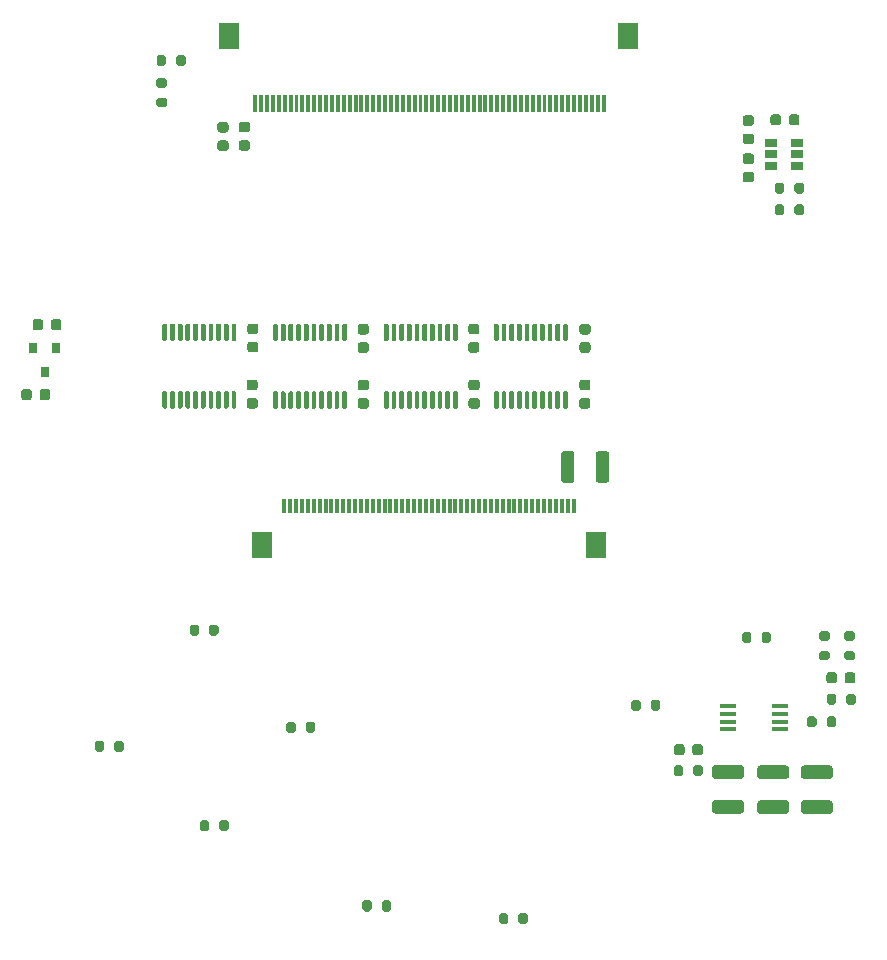
<source format=gbp>
G04 #@! TF.GenerationSoftware,KiCad,Pcbnew,(5.1.10-1-10_14)*
G04 #@! TF.CreationDate,2021-11-03T14:22:48+01:00*
G04 #@! TF.ProjectId,hi-board,68692d62-6f61-4726-942e-6b696361645f,rev?*
G04 #@! TF.SameCoordinates,Original*
G04 #@! TF.FileFunction,Paste,Bot*
G04 #@! TF.FilePolarity,Positive*
%FSLAX46Y46*%
G04 Gerber Fmt 4.6, Leading zero omitted, Abs format (unit mm)*
G04 Created by KiCad (PCBNEW (5.1.10-1-10_14)) date 2021-11-03 14:22:48*
%MOMM*%
%LPD*%
G01*
G04 APERTURE LIST*
%ADD10C,0.010000*%
%ADD11R,0.300000X1.300000*%
%ADD12R,1.800000X2.200000*%
%ADD13R,1.450000X0.450000*%
%ADD14R,1.060000X0.650000*%
%ADD15R,0.800000X0.900000*%
G04 APERTURE END LIST*
D10*
G36*
X55125000Y81350000D02*
G01*
X55375000Y81350000D01*
X55375000Y82650000D01*
X55125000Y82650000D01*
X55125000Y81350000D01*
G37*
X55125000Y81350000D02*
X55375000Y81350000D01*
X55375000Y82650000D01*
X55125000Y82650000D01*
X55125000Y81350000D01*
G36*
X54625000Y81350000D02*
G01*
X54875000Y81350000D01*
X54875000Y82650000D01*
X54625000Y82650000D01*
X54625000Y81350000D01*
G37*
X54625000Y81350000D02*
X54875000Y81350000D01*
X54875000Y82650000D01*
X54625000Y82650000D01*
X54625000Y81350000D01*
G36*
X54125000Y81350000D02*
G01*
X54375000Y81350000D01*
X54375000Y82650000D01*
X54125000Y82650000D01*
X54125000Y81350000D01*
G37*
X54125000Y81350000D02*
X54375000Y81350000D01*
X54375000Y82650000D01*
X54125000Y82650000D01*
X54125000Y81350000D01*
G36*
X53625000Y81350000D02*
G01*
X53875000Y81350000D01*
X53875000Y82650000D01*
X53625000Y82650000D01*
X53625000Y81350000D01*
G37*
X53625000Y81350000D02*
X53875000Y81350000D01*
X53875000Y82650000D01*
X53625000Y82650000D01*
X53625000Y81350000D01*
G36*
X53125000Y81350000D02*
G01*
X53375000Y81350000D01*
X53375000Y82650000D01*
X53125000Y82650000D01*
X53125000Y81350000D01*
G37*
X53125000Y81350000D02*
X53375000Y81350000D01*
X53375000Y82650000D01*
X53125000Y82650000D01*
X53125000Y81350000D01*
G36*
X52625000Y81350000D02*
G01*
X52875000Y81350000D01*
X52875000Y82650000D01*
X52625000Y82650000D01*
X52625000Y81350000D01*
G37*
X52625000Y81350000D02*
X52875000Y81350000D01*
X52875000Y82650000D01*
X52625000Y82650000D01*
X52625000Y81350000D01*
G36*
X52125000Y81350000D02*
G01*
X52375000Y81350000D01*
X52375000Y82650000D01*
X52125000Y82650000D01*
X52125000Y81350000D01*
G37*
X52125000Y81350000D02*
X52375000Y81350000D01*
X52375000Y82650000D01*
X52125000Y82650000D01*
X52125000Y81350000D01*
G36*
X51625000Y81350000D02*
G01*
X51875000Y81350000D01*
X51875000Y82650000D01*
X51625000Y82650000D01*
X51625000Y81350000D01*
G37*
X51625000Y81350000D02*
X51875000Y81350000D01*
X51875000Y82650000D01*
X51625000Y82650000D01*
X51625000Y81350000D01*
G36*
X51125000Y81350000D02*
G01*
X51375000Y81350000D01*
X51375000Y82650000D01*
X51125000Y82650000D01*
X51125000Y81350000D01*
G37*
X51125000Y81350000D02*
X51375000Y81350000D01*
X51375000Y82650000D01*
X51125000Y82650000D01*
X51125000Y81350000D01*
G36*
X50625000Y81350000D02*
G01*
X50875000Y81350000D01*
X50875000Y82650000D01*
X50625000Y82650000D01*
X50625000Y81350000D01*
G37*
X50625000Y81350000D02*
X50875000Y81350000D01*
X50875000Y82650000D01*
X50625000Y82650000D01*
X50625000Y81350000D01*
G36*
X50125000Y81350000D02*
G01*
X50375000Y81350000D01*
X50375000Y82650000D01*
X50125000Y82650000D01*
X50125000Y81350000D01*
G37*
X50125000Y81350000D02*
X50375000Y81350000D01*
X50375000Y82650000D01*
X50125000Y82650000D01*
X50125000Y81350000D01*
G36*
X49625000Y81350000D02*
G01*
X49875000Y81350000D01*
X49875000Y82650000D01*
X49625000Y82650000D01*
X49625000Y81350000D01*
G37*
X49625000Y81350000D02*
X49875000Y81350000D01*
X49875000Y82650000D01*
X49625000Y82650000D01*
X49625000Y81350000D01*
G36*
X49125000Y81350000D02*
G01*
X49375000Y81350000D01*
X49375000Y82650000D01*
X49125000Y82650000D01*
X49125000Y81350000D01*
G37*
X49125000Y81350000D02*
X49375000Y81350000D01*
X49375000Y82650000D01*
X49125000Y82650000D01*
X49125000Y81350000D01*
G36*
X48625000Y81350000D02*
G01*
X48875000Y81350000D01*
X48875000Y82650000D01*
X48625000Y82650000D01*
X48625000Y81350000D01*
G37*
X48625000Y81350000D02*
X48875000Y81350000D01*
X48875000Y82650000D01*
X48625000Y82650000D01*
X48625000Y81350000D01*
G36*
X48125000Y81350000D02*
G01*
X48375000Y81350000D01*
X48375000Y82650000D01*
X48125000Y82650000D01*
X48125000Y81350000D01*
G37*
X48125000Y81350000D02*
X48375000Y81350000D01*
X48375000Y82650000D01*
X48125000Y82650000D01*
X48125000Y81350000D01*
G36*
X47625000Y81350000D02*
G01*
X47875000Y81350000D01*
X47875000Y82650000D01*
X47625000Y82650000D01*
X47625000Y81350000D01*
G37*
X47625000Y81350000D02*
X47875000Y81350000D01*
X47875000Y82650000D01*
X47625000Y82650000D01*
X47625000Y81350000D01*
G36*
X47125000Y81350000D02*
G01*
X47375000Y81350000D01*
X47375000Y82650000D01*
X47125000Y82650000D01*
X47125000Y81350000D01*
G37*
X47125000Y81350000D02*
X47375000Y81350000D01*
X47375000Y82650000D01*
X47125000Y82650000D01*
X47125000Y81350000D01*
G36*
X46625000Y81350000D02*
G01*
X46875000Y81350000D01*
X46875000Y82650000D01*
X46625000Y82650000D01*
X46625000Y81350000D01*
G37*
X46625000Y81350000D02*
X46875000Y81350000D01*
X46875000Y82650000D01*
X46625000Y82650000D01*
X46625000Y81350000D01*
G36*
X46125000Y81350000D02*
G01*
X46375000Y81350000D01*
X46375000Y82650000D01*
X46125000Y82650000D01*
X46125000Y81350000D01*
G37*
X46125000Y81350000D02*
X46375000Y81350000D01*
X46375000Y82650000D01*
X46125000Y82650000D01*
X46125000Y81350000D01*
G36*
X45625000Y81350000D02*
G01*
X45875000Y81350000D01*
X45875000Y82650000D01*
X45625000Y82650000D01*
X45625000Y81350000D01*
G37*
X45625000Y81350000D02*
X45875000Y81350000D01*
X45875000Y82650000D01*
X45625000Y82650000D01*
X45625000Y81350000D01*
G36*
X45125000Y81350000D02*
G01*
X45375000Y81350000D01*
X45375000Y82650000D01*
X45125000Y82650000D01*
X45125000Y81350000D01*
G37*
X45125000Y81350000D02*
X45375000Y81350000D01*
X45375000Y82650000D01*
X45125000Y82650000D01*
X45125000Y81350000D01*
G36*
X44625000Y81350000D02*
G01*
X44875000Y81350000D01*
X44875000Y82650000D01*
X44625000Y82650000D01*
X44625000Y81350000D01*
G37*
X44625000Y81350000D02*
X44875000Y81350000D01*
X44875000Y82650000D01*
X44625000Y82650000D01*
X44625000Y81350000D01*
G36*
X44125000Y81350000D02*
G01*
X44375000Y81350000D01*
X44375000Y82650000D01*
X44125000Y82650000D01*
X44125000Y81350000D01*
G37*
X44125000Y81350000D02*
X44375000Y81350000D01*
X44375000Y82650000D01*
X44125000Y82650000D01*
X44125000Y81350000D01*
G36*
X43625000Y81350000D02*
G01*
X43875000Y81350000D01*
X43875000Y82650000D01*
X43625000Y82650000D01*
X43625000Y81350000D01*
G37*
X43625000Y81350000D02*
X43875000Y81350000D01*
X43875000Y82650000D01*
X43625000Y82650000D01*
X43625000Y81350000D01*
G36*
X43125000Y81350000D02*
G01*
X43375000Y81350000D01*
X43375000Y82650000D01*
X43125000Y82650000D01*
X43125000Y81350000D01*
G37*
X43125000Y81350000D02*
X43375000Y81350000D01*
X43375000Y82650000D01*
X43125000Y82650000D01*
X43125000Y81350000D01*
G36*
X42625000Y81350000D02*
G01*
X42875000Y81350000D01*
X42875000Y82650000D01*
X42625000Y82650000D01*
X42625000Y81350000D01*
G37*
X42625000Y81350000D02*
X42875000Y81350000D01*
X42875000Y82650000D01*
X42625000Y82650000D01*
X42625000Y81350000D01*
G36*
X42125000Y81350000D02*
G01*
X42375000Y81350000D01*
X42375000Y82650000D01*
X42125000Y82650000D01*
X42125000Y81350000D01*
G37*
X42125000Y81350000D02*
X42375000Y81350000D01*
X42375000Y82650000D01*
X42125000Y82650000D01*
X42125000Y81350000D01*
G36*
X41625000Y81350000D02*
G01*
X41875000Y81350000D01*
X41875000Y82650000D01*
X41625000Y82650000D01*
X41625000Y81350000D01*
G37*
X41625000Y81350000D02*
X41875000Y81350000D01*
X41875000Y82650000D01*
X41625000Y82650000D01*
X41625000Y81350000D01*
G36*
X41125000Y81350000D02*
G01*
X41375000Y81350000D01*
X41375000Y82650000D01*
X41125000Y82650000D01*
X41125000Y81350000D01*
G37*
X41125000Y81350000D02*
X41375000Y81350000D01*
X41375000Y82650000D01*
X41125000Y82650000D01*
X41125000Y81350000D01*
G36*
X40625000Y81350000D02*
G01*
X40875000Y81350000D01*
X40875000Y82650000D01*
X40625000Y82650000D01*
X40625000Y81350000D01*
G37*
X40625000Y81350000D02*
X40875000Y81350000D01*
X40875000Y82650000D01*
X40625000Y82650000D01*
X40625000Y81350000D01*
G36*
X40125000Y81350000D02*
G01*
X40375000Y81350000D01*
X40375000Y82650000D01*
X40125000Y82650000D01*
X40125000Y81350000D01*
G37*
X40125000Y81350000D02*
X40375000Y81350000D01*
X40375000Y82650000D01*
X40125000Y82650000D01*
X40125000Y81350000D01*
G36*
X39625000Y81350000D02*
G01*
X39875000Y81350000D01*
X39875000Y82650000D01*
X39625000Y82650000D01*
X39625000Y81350000D01*
G37*
X39625000Y81350000D02*
X39875000Y81350000D01*
X39875000Y82650000D01*
X39625000Y82650000D01*
X39625000Y81350000D01*
G36*
X39125000Y81350000D02*
G01*
X39375000Y81350000D01*
X39375000Y82650000D01*
X39125000Y82650000D01*
X39125000Y81350000D01*
G37*
X39125000Y81350000D02*
X39375000Y81350000D01*
X39375000Y82650000D01*
X39125000Y82650000D01*
X39125000Y81350000D01*
G36*
X38625000Y81350000D02*
G01*
X38875000Y81350000D01*
X38875000Y82650000D01*
X38625000Y82650000D01*
X38625000Y81350000D01*
G37*
X38625000Y81350000D02*
X38875000Y81350000D01*
X38875000Y82650000D01*
X38625000Y82650000D01*
X38625000Y81350000D01*
G36*
X38125000Y81350000D02*
G01*
X38375000Y81350000D01*
X38375000Y82650000D01*
X38125000Y82650000D01*
X38125000Y81350000D01*
G37*
X38125000Y81350000D02*
X38375000Y81350000D01*
X38375000Y82650000D01*
X38125000Y82650000D01*
X38125000Y81350000D01*
G36*
X37625000Y81350000D02*
G01*
X37875000Y81350000D01*
X37875000Y82650000D01*
X37625000Y82650000D01*
X37625000Y81350000D01*
G37*
X37625000Y81350000D02*
X37875000Y81350000D01*
X37875000Y82650000D01*
X37625000Y82650000D01*
X37625000Y81350000D01*
G36*
X37125000Y81350000D02*
G01*
X37375000Y81350000D01*
X37375000Y82650000D01*
X37125000Y82650000D01*
X37125000Y81350000D01*
G37*
X37125000Y81350000D02*
X37375000Y81350000D01*
X37375000Y82650000D01*
X37125000Y82650000D01*
X37125000Y81350000D01*
G36*
X36625000Y81350000D02*
G01*
X36875000Y81350000D01*
X36875000Y82650000D01*
X36625000Y82650000D01*
X36625000Y81350000D01*
G37*
X36625000Y81350000D02*
X36875000Y81350000D01*
X36875000Y82650000D01*
X36625000Y82650000D01*
X36625000Y81350000D01*
G36*
X36125000Y81350000D02*
G01*
X36375000Y81350000D01*
X36375000Y82650000D01*
X36125000Y82650000D01*
X36125000Y81350000D01*
G37*
X36125000Y81350000D02*
X36375000Y81350000D01*
X36375000Y82650000D01*
X36125000Y82650000D01*
X36125000Y81350000D01*
G36*
X35625000Y81350000D02*
G01*
X35875000Y81350000D01*
X35875000Y82650000D01*
X35625000Y82650000D01*
X35625000Y81350000D01*
G37*
X35625000Y81350000D02*
X35875000Y81350000D01*
X35875000Y82650000D01*
X35625000Y82650000D01*
X35625000Y81350000D01*
G36*
X35125000Y81350000D02*
G01*
X35375000Y81350000D01*
X35375000Y82650000D01*
X35125000Y82650000D01*
X35125000Y81350000D01*
G37*
X35125000Y81350000D02*
X35375000Y81350000D01*
X35375000Y82650000D01*
X35125000Y82650000D01*
X35125000Y81350000D01*
G36*
X34625000Y81350000D02*
G01*
X34875000Y81350000D01*
X34875000Y82650000D01*
X34625000Y82650000D01*
X34625000Y81350000D01*
G37*
X34625000Y81350000D02*
X34875000Y81350000D01*
X34875000Y82650000D01*
X34625000Y82650000D01*
X34625000Y81350000D01*
G36*
X34125000Y81350000D02*
G01*
X34375000Y81350000D01*
X34375000Y82650000D01*
X34125000Y82650000D01*
X34125000Y81350000D01*
G37*
X34125000Y81350000D02*
X34375000Y81350000D01*
X34375000Y82650000D01*
X34125000Y82650000D01*
X34125000Y81350000D01*
G36*
X33625000Y81350000D02*
G01*
X33875000Y81350000D01*
X33875000Y82650000D01*
X33625000Y82650000D01*
X33625000Y81350000D01*
G37*
X33625000Y81350000D02*
X33875000Y81350000D01*
X33875000Y82650000D01*
X33625000Y82650000D01*
X33625000Y81350000D01*
G36*
X33125000Y81350000D02*
G01*
X33375000Y81350000D01*
X33375000Y82650000D01*
X33125000Y82650000D01*
X33125000Y81350000D01*
G37*
X33125000Y81350000D02*
X33375000Y81350000D01*
X33375000Y82650000D01*
X33125000Y82650000D01*
X33125000Y81350000D01*
G36*
X32625000Y81350000D02*
G01*
X32875000Y81350000D01*
X32875000Y82650000D01*
X32625000Y82650000D01*
X32625000Y81350000D01*
G37*
X32625000Y81350000D02*
X32875000Y81350000D01*
X32875000Y82650000D01*
X32625000Y82650000D01*
X32625000Y81350000D01*
G36*
X32125000Y81350000D02*
G01*
X32375000Y81350000D01*
X32375000Y82650000D01*
X32125000Y82650000D01*
X32125000Y81350000D01*
G37*
X32125000Y81350000D02*
X32375000Y81350000D01*
X32375000Y82650000D01*
X32125000Y82650000D01*
X32125000Y81350000D01*
G36*
X31625000Y81350000D02*
G01*
X31875000Y81350000D01*
X31875000Y82650000D01*
X31625000Y82650000D01*
X31625000Y81350000D01*
G37*
X31625000Y81350000D02*
X31875000Y81350000D01*
X31875000Y82650000D01*
X31625000Y82650000D01*
X31625000Y81350000D01*
G36*
X31125000Y81350000D02*
G01*
X31375000Y81350000D01*
X31375000Y82650000D01*
X31125000Y82650000D01*
X31125000Y81350000D01*
G37*
X31125000Y81350000D02*
X31375000Y81350000D01*
X31375000Y82650000D01*
X31125000Y82650000D01*
X31125000Y81350000D01*
G36*
X30625000Y81350000D02*
G01*
X30875000Y81350000D01*
X30875000Y82650000D01*
X30625000Y82650000D01*
X30625000Y81350000D01*
G37*
X30625000Y81350000D02*
X30875000Y81350000D01*
X30875000Y82650000D01*
X30625000Y82650000D01*
X30625000Y81350000D01*
G36*
X30125000Y81350000D02*
G01*
X30375000Y81350000D01*
X30375000Y82650000D01*
X30125000Y82650000D01*
X30125000Y81350000D01*
G37*
X30125000Y81350000D02*
X30375000Y81350000D01*
X30375000Y82650000D01*
X30125000Y82650000D01*
X30125000Y81350000D01*
G36*
X29625000Y81350000D02*
G01*
X29875000Y81350000D01*
X29875000Y82650000D01*
X29625000Y82650000D01*
X29625000Y81350000D01*
G37*
X29625000Y81350000D02*
X29875000Y81350000D01*
X29875000Y82650000D01*
X29625000Y82650000D01*
X29625000Y81350000D01*
G36*
X29125000Y81350000D02*
G01*
X29375000Y81350000D01*
X29375000Y82650000D01*
X29125000Y82650000D01*
X29125000Y81350000D01*
G37*
X29125000Y81350000D02*
X29375000Y81350000D01*
X29375000Y82650000D01*
X29125000Y82650000D01*
X29125000Y81350000D01*
G36*
X28625000Y81350000D02*
G01*
X28875000Y81350000D01*
X28875000Y82650000D01*
X28625000Y82650000D01*
X28625000Y81350000D01*
G37*
X28625000Y81350000D02*
X28875000Y81350000D01*
X28875000Y82650000D01*
X28625000Y82650000D01*
X28625000Y81350000D01*
G36*
X28125000Y81350000D02*
G01*
X28375000Y81350000D01*
X28375000Y82650000D01*
X28125000Y82650000D01*
X28125000Y81350000D01*
G37*
X28125000Y81350000D02*
X28375000Y81350000D01*
X28375000Y82650000D01*
X28125000Y82650000D01*
X28125000Y81350000D01*
G36*
X27625000Y81350000D02*
G01*
X27875000Y81350000D01*
X27875000Y82650000D01*
X27625000Y82650000D01*
X27625000Y81350000D01*
G37*
X27625000Y81350000D02*
X27875000Y81350000D01*
X27875000Y82650000D01*
X27625000Y82650000D01*
X27625000Y81350000D01*
G36*
X27125000Y81350000D02*
G01*
X27375000Y81350000D01*
X27375000Y82650000D01*
X27125000Y82650000D01*
X27125000Y81350000D01*
G37*
X27125000Y81350000D02*
X27375000Y81350000D01*
X27375000Y82650000D01*
X27125000Y82650000D01*
X27125000Y81350000D01*
G36*
X26625000Y81350000D02*
G01*
X26875000Y81350000D01*
X26875000Y82650000D01*
X26625000Y82650000D01*
X26625000Y81350000D01*
G37*
X26625000Y81350000D02*
X26875000Y81350000D01*
X26875000Y82650000D01*
X26625000Y82650000D01*
X26625000Y81350000D01*
G36*
X26125000Y81350000D02*
G01*
X26375000Y81350000D01*
X26375000Y82650000D01*
X26125000Y82650000D01*
X26125000Y81350000D01*
G37*
X26125000Y81350000D02*
X26375000Y81350000D01*
X26375000Y82650000D01*
X26125000Y82650000D01*
X26125000Y81350000D01*
G36*
X25625000Y81350000D02*
G01*
X25875000Y81350000D01*
X25875000Y82650000D01*
X25625000Y82650000D01*
X25625000Y81350000D01*
G37*
X25625000Y81350000D02*
X25875000Y81350000D01*
X25875000Y82650000D01*
X25625000Y82650000D01*
X25625000Y81350000D01*
G36*
G01*
X74155000Y33070000D02*
X74155000Y33570000D01*
G75*
G02*
X74380000Y33795000I225000J0D01*
G01*
X74830000Y33795000D01*
G75*
G02*
X75055000Y33570000I0J-225000D01*
G01*
X75055000Y33070000D01*
G75*
G02*
X74830000Y32845000I-225000J0D01*
G01*
X74380000Y32845000D01*
G75*
G02*
X74155000Y33070000I0J225000D01*
G01*
G37*
G36*
G01*
X75705000Y33070000D02*
X75705000Y33570000D01*
G75*
G02*
X75930000Y33795000I225000J0D01*
G01*
X76380000Y33795000D01*
G75*
G02*
X76605000Y33570000I0J-225000D01*
G01*
X76605000Y33070000D01*
G75*
G02*
X76380000Y32845000I-225000J0D01*
G01*
X75930000Y32845000D01*
G75*
G02*
X75705000Y33070000I0J225000D01*
G01*
G37*
G36*
G01*
X62155000Y27470000D02*
X62155000Y26970000D01*
G75*
G02*
X61930000Y26745000I-225000J0D01*
G01*
X61480000Y26745000D01*
G75*
G02*
X61255000Y26970000I0J225000D01*
G01*
X61255000Y27470000D01*
G75*
G02*
X61480000Y27695000I225000J0D01*
G01*
X61930000Y27695000D01*
G75*
G02*
X62155000Y27470000I0J-225000D01*
G01*
G37*
G36*
G01*
X63705000Y27470000D02*
X63705000Y26970000D01*
G75*
G02*
X63480000Y26745000I-225000J0D01*
G01*
X63030000Y26745000D01*
G75*
G02*
X62805000Y26970000I0J225000D01*
G01*
X62805000Y27470000D01*
G75*
G02*
X63030000Y27695000I225000J0D01*
G01*
X63480000Y27695000D01*
G75*
G02*
X63705000Y27470000I0J-225000D01*
G01*
G37*
G36*
G01*
X67800000Y78495000D02*
X67300000Y78495000D01*
G75*
G02*
X67075000Y78720000I0J225000D01*
G01*
X67075000Y79170000D01*
G75*
G02*
X67300000Y79395000I225000J0D01*
G01*
X67800000Y79395000D01*
G75*
G02*
X68025000Y79170000I0J-225000D01*
G01*
X68025000Y78720000D01*
G75*
G02*
X67800000Y78495000I-225000J0D01*
G01*
G37*
G36*
G01*
X67800000Y80045000D02*
X67300000Y80045000D01*
G75*
G02*
X67075000Y80270000I0J225000D01*
G01*
X67075000Y80720000D01*
G75*
G02*
X67300000Y80945000I225000J0D01*
G01*
X67800000Y80945000D01*
G75*
G02*
X68025000Y80720000I0J-225000D01*
G01*
X68025000Y80270000D01*
G75*
G02*
X67800000Y80045000I-225000J0D01*
G01*
G37*
G36*
G01*
X67300000Y76165000D02*
X67800000Y76165000D01*
G75*
G02*
X68025000Y75940000I0J-225000D01*
G01*
X68025000Y75490000D01*
G75*
G02*
X67800000Y75265000I-225000J0D01*
G01*
X67300000Y75265000D01*
G75*
G02*
X67075000Y75490000I0J225000D01*
G01*
X67075000Y75940000D01*
G75*
G02*
X67300000Y76165000I225000J0D01*
G01*
G37*
G36*
G01*
X67300000Y77715000D02*
X67800000Y77715000D01*
G75*
G02*
X68025000Y77490000I0J-225000D01*
G01*
X68025000Y77040000D01*
G75*
G02*
X67800000Y76815000I-225000J0D01*
G01*
X67300000Y76815000D01*
G75*
G02*
X67075000Y77040000I0J225000D01*
G01*
X67075000Y77490000D01*
G75*
G02*
X67300000Y77715000I225000J0D01*
G01*
G37*
G36*
G01*
X8435000Y57550000D02*
X8435000Y57050000D01*
G75*
G02*
X8210000Y56825000I-225000J0D01*
G01*
X7760000Y56825000D01*
G75*
G02*
X7535000Y57050000I0J225000D01*
G01*
X7535000Y57550000D01*
G75*
G02*
X7760000Y57775000I225000J0D01*
G01*
X8210000Y57775000D01*
G75*
G02*
X8435000Y57550000I0J-225000D01*
G01*
G37*
G36*
G01*
X6885000Y57550000D02*
X6885000Y57050000D01*
G75*
G02*
X6660000Y56825000I-225000J0D01*
G01*
X6210000Y56825000D01*
G75*
G02*
X5985000Y57050000I0J225000D01*
G01*
X5985000Y57550000D01*
G75*
G02*
X6210000Y57775000I225000J0D01*
G01*
X6660000Y57775000D01*
G75*
G02*
X6885000Y57550000I0J-225000D01*
G01*
G37*
G36*
G01*
X9395000Y63460000D02*
X9395000Y62960000D01*
G75*
G02*
X9170000Y62735000I-225000J0D01*
G01*
X8720000Y62735000D01*
G75*
G02*
X8495000Y62960000I0J225000D01*
G01*
X8495000Y63460000D01*
G75*
G02*
X8720000Y63685000I225000J0D01*
G01*
X9170000Y63685000D01*
G75*
G02*
X9395000Y63460000I0J-225000D01*
G01*
G37*
G36*
G01*
X7845000Y63460000D02*
X7845000Y62960000D01*
G75*
G02*
X7620000Y62735000I-225000J0D01*
G01*
X7170000Y62735000D01*
G75*
G02*
X6945000Y62960000I0J225000D01*
G01*
X6945000Y63460000D01*
G75*
G02*
X7170000Y63685000I225000J0D01*
G01*
X7620000Y63685000D01*
G75*
G02*
X7845000Y63460000I0J-225000D01*
G01*
G37*
G36*
G01*
X53970000Y60835000D02*
X53470000Y60835000D01*
G75*
G02*
X53245000Y61060000I0J225000D01*
G01*
X53245000Y61510000D01*
G75*
G02*
X53470000Y61735000I225000J0D01*
G01*
X53970000Y61735000D01*
G75*
G02*
X54195000Y61510000I0J-225000D01*
G01*
X54195000Y61060000D01*
G75*
G02*
X53970000Y60835000I-225000J0D01*
G01*
G37*
G36*
G01*
X53970000Y62385000D02*
X53470000Y62385000D01*
G75*
G02*
X53245000Y62610000I0J225000D01*
G01*
X53245000Y63060000D01*
G75*
G02*
X53470000Y63285000I225000J0D01*
G01*
X53970000Y63285000D01*
G75*
G02*
X54195000Y63060000I0J-225000D01*
G01*
X54195000Y62610000D01*
G75*
G02*
X53970000Y62385000I-225000J0D01*
G01*
G37*
G36*
G01*
X44560000Y62395000D02*
X44060000Y62395000D01*
G75*
G02*
X43835000Y62620000I0J225000D01*
G01*
X43835000Y63070000D01*
G75*
G02*
X44060000Y63295000I225000J0D01*
G01*
X44560000Y63295000D01*
G75*
G02*
X44785000Y63070000I0J-225000D01*
G01*
X44785000Y62620000D01*
G75*
G02*
X44560000Y62395000I-225000J0D01*
G01*
G37*
G36*
G01*
X44560000Y60845000D02*
X44060000Y60845000D01*
G75*
G02*
X43835000Y61070000I0J225000D01*
G01*
X43835000Y61520000D01*
G75*
G02*
X44060000Y61745000I225000J0D01*
G01*
X44560000Y61745000D01*
G75*
G02*
X44785000Y61520000I0J-225000D01*
G01*
X44785000Y61070000D01*
G75*
G02*
X44560000Y60845000I-225000J0D01*
G01*
G37*
G36*
G01*
X35190000Y60835000D02*
X34690000Y60835000D01*
G75*
G02*
X34465000Y61060000I0J225000D01*
G01*
X34465000Y61510000D01*
G75*
G02*
X34690000Y61735000I225000J0D01*
G01*
X35190000Y61735000D01*
G75*
G02*
X35415000Y61510000I0J-225000D01*
G01*
X35415000Y61060000D01*
G75*
G02*
X35190000Y60835000I-225000J0D01*
G01*
G37*
G36*
G01*
X35190000Y62385000D02*
X34690000Y62385000D01*
G75*
G02*
X34465000Y62610000I0J225000D01*
G01*
X34465000Y63060000D01*
G75*
G02*
X34690000Y63285000I225000J0D01*
G01*
X35190000Y63285000D01*
G75*
G02*
X35415000Y63060000I0J-225000D01*
G01*
X35415000Y62610000D01*
G75*
G02*
X35190000Y62385000I-225000J0D01*
G01*
G37*
G36*
G01*
X25850000Y62415000D02*
X25350000Y62415000D01*
G75*
G02*
X25125000Y62640000I0J225000D01*
G01*
X25125000Y63090000D01*
G75*
G02*
X25350000Y63315000I225000J0D01*
G01*
X25850000Y63315000D01*
G75*
G02*
X26075000Y63090000I0J-225000D01*
G01*
X26075000Y62640000D01*
G75*
G02*
X25850000Y62415000I-225000J0D01*
G01*
G37*
G36*
G01*
X25850000Y60865000D02*
X25350000Y60865000D01*
G75*
G02*
X25125000Y61090000I0J225000D01*
G01*
X25125000Y61540000D01*
G75*
G02*
X25350000Y61765000I225000J0D01*
G01*
X25850000Y61765000D01*
G75*
G02*
X26075000Y61540000I0J-225000D01*
G01*
X26075000Y61090000D01*
G75*
G02*
X25850000Y60865000I-225000J0D01*
G01*
G37*
G36*
G01*
X22820000Y80375000D02*
X23320000Y80375000D01*
G75*
G02*
X23545000Y80150000I0J-225000D01*
G01*
X23545000Y79700000D01*
G75*
G02*
X23320000Y79475000I-225000J0D01*
G01*
X22820000Y79475000D01*
G75*
G02*
X22595000Y79700000I0J225000D01*
G01*
X22595000Y80150000D01*
G75*
G02*
X22820000Y80375000I225000J0D01*
G01*
G37*
G36*
G01*
X22820000Y78825000D02*
X23320000Y78825000D01*
G75*
G02*
X23545000Y78600000I0J-225000D01*
G01*
X23545000Y78150000D01*
G75*
G02*
X23320000Y77925000I-225000J0D01*
G01*
X22820000Y77925000D01*
G75*
G02*
X22595000Y78150000I0J225000D01*
G01*
X22595000Y78600000D01*
G75*
G02*
X22820000Y78825000I225000J0D01*
G01*
G37*
G36*
G01*
X24630000Y78845000D02*
X25130000Y78845000D01*
G75*
G02*
X25355000Y78620000I0J-225000D01*
G01*
X25355000Y78170000D01*
G75*
G02*
X25130000Y77945000I-225000J0D01*
G01*
X24630000Y77945000D01*
G75*
G02*
X24405000Y78170000I0J225000D01*
G01*
X24405000Y78620000D01*
G75*
G02*
X24630000Y78845000I225000J0D01*
G01*
G37*
G36*
G01*
X24630000Y80395000D02*
X25130000Y80395000D01*
G75*
G02*
X25355000Y80170000I0J-225000D01*
G01*
X25355000Y79720000D01*
G75*
G02*
X25130000Y79495000I-225000J0D01*
G01*
X24630000Y79495000D01*
G75*
G02*
X24405000Y79720000I0J225000D01*
G01*
X24405000Y80170000D01*
G75*
G02*
X24630000Y80395000I225000J0D01*
G01*
G37*
G36*
G01*
X53460000Y58555000D02*
X53960000Y58555000D01*
G75*
G02*
X54185000Y58330000I0J-225000D01*
G01*
X54185000Y57880000D01*
G75*
G02*
X53960000Y57655000I-225000J0D01*
G01*
X53460000Y57655000D01*
G75*
G02*
X53235000Y57880000I0J225000D01*
G01*
X53235000Y58330000D01*
G75*
G02*
X53460000Y58555000I225000J0D01*
G01*
G37*
G36*
G01*
X53460000Y57005000D02*
X53960000Y57005000D01*
G75*
G02*
X54185000Y56780000I0J-225000D01*
G01*
X54185000Y56330000D01*
G75*
G02*
X53960000Y56105000I-225000J0D01*
G01*
X53460000Y56105000D01*
G75*
G02*
X53235000Y56330000I0J225000D01*
G01*
X53235000Y56780000D01*
G75*
G02*
X53460000Y57005000I225000J0D01*
G01*
G37*
G36*
G01*
X44080000Y57005000D02*
X44580000Y57005000D01*
G75*
G02*
X44805000Y56780000I0J-225000D01*
G01*
X44805000Y56330000D01*
G75*
G02*
X44580000Y56105000I-225000J0D01*
G01*
X44080000Y56105000D01*
G75*
G02*
X43855000Y56330000I0J225000D01*
G01*
X43855000Y56780000D01*
G75*
G02*
X44080000Y57005000I225000J0D01*
G01*
G37*
G36*
G01*
X44080000Y58555000D02*
X44580000Y58555000D01*
G75*
G02*
X44805000Y58330000I0J-225000D01*
G01*
X44805000Y57880000D01*
G75*
G02*
X44580000Y57655000I-225000J0D01*
G01*
X44080000Y57655000D01*
G75*
G02*
X43855000Y57880000I0J225000D01*
G01*
X43855000Y58330000D01*
G75*
G02*
X44080000Y58555000I225000J0D01*
G01*
G37*
G36*
G01*
X34700000Y57005000D02*
X35200000Y57005000D01*
G75*
G02*
X35425000Y56780000I0J-225000D01*
G01*
X35425000Y56330000D01*
G75*
G02*
X35200000Y56105000I-225000J0D01*
G01*
X34700000Y56105000D01*
G75*
G02*
X34475000Y56330000I0J225000D01*
G01*
X34475000Y56780000D01*
G75*
G02*
X34700000Y57005000I225000J0D01*
G01*
G37*
G36*
G01*
X34700000Y58555000D02*
X35200000Y58555000D01*
G75*
G02*
X35425000Y58330000I0J-225000D01*
G01*
X35425000Y57880000D01*
G75*
G02*
X35200000Y57655000I-225000J0D01*
G01*
X34700000Y57655000D01*
G75*
G02*
X34475000Y57880000I0J225000D01*
G01*
X34475000Y58330000D01*
G75*
G02*
X34700000Y58555000I225000J0D01*
G01*
G37*
G36*
G01*
X25290000Y57015000D02*
X25790000Y57015000D01*
G75*
G02*
X26015000Y56790000I0J-225000D01*
G01*
X26015000Y56340000D01*
G75*
G02*
X25790000Y56115000I-225000J0D01*
G01*
X25290000Y56115000D01*
G75*
G02*
X25065000Y56340000I0J225000D01*
G01*
X25065000Y56790000D01*
G75*
G02*
X25290000Y57015000I225000J0D01*
G01*
G37*
G36*
G01*
X25290000Y58565000D02*
X25790000Y58565000D01*
G75*
G02*
X26015000Y58340000I0J-225000D01*
G01*
X26015000Y57890000D01*
G75*
G02*
X25790000Y57665000I-225000J0D01*
G01*
X25290000Y57665000D01*
G75*
G02*
X25065000Y57890000I0J225000D01*
G01*
X25065000Y58340000D01*
G75*
G02*
X25290000Y58565000I225000J0D01*
G01*
G37*
D11*
X28250000Y47850000D03*
X28750000Y47850000D03*
X29250000Y47850000D03*
X29750000Y47850000D03*
X30250000Y47850000D03*
X30750000Y47850000D03*
X31250000Y47850000D03*
X31750000Y47850000D03*
X32250000Y47850000D03*
X32750000Y47850000D03*
X33250000Y47850000D03*
X33750000Y47850000D03*
X34250000Y47850000D03*
X34750000Y47850000D03*
X35250000Y47850000D03*
X35750000Y47850000D03*
X36250000Y47850000D03*
X36750000Y47850000D03*
X37250000Y47850000D03*
X37750000Y47850000D03*
X38250000Y47850000D03*
X38750000Y47850000D03*
X39250000Y47850000D03*
X39750000Y47850000D03*
X40250000Y47850000D03*
X40750000Y47850000D03*
X41250000Y47850000D03*
X41750000Y47850000D03*
X42250000Y47850000D03*
X42750000Y47850000D03*
X43250000Y47850000D03*
X43750000Y47850000D03*
X44250000Y47850000D03*
X44750000Y47850000D03*
X45250000Y47850000D03*
X45750000Y47850000D03*
X46250000Y47850000D03*
X46750000Y47850000D03*
X47250000Y47850000D03*
X47750000Y47850000D03*
X48250000Y47850000D03*
X48750000Y47850000D03*
X49250000Y47850000D03*
X49750000Y47850000D03*
X50250000Y47850000D03*
X50750000Y47850000D03*
X51250000Y47850000D03*
X51750000Y47850000D03*
X52250000Y47850000D03*
X52750000Y47850000D03*
D12*
X54650000Y44600000D03*
X26350000Y44600000D03*
G36*
G01*
X69425000Y80303750D02*
X69425000Y80816250D01*
G75*
G02*
X69643750Y81035000I218750J0D01*
G01*
X70081250Y81035000D01*
G75*
G02*
X70300000Y80816250I0J-218750D01*
G01*
X70300000Y80303750D01*
G75*
G02*
X70081250Y80085000I-218750J0D01*
G01*
X69643750Y80085000D01*
G75*
G02*
X69425000Y80303750I0J218750D01*
G01*
G37*
G36*
G01*
X71000000Y80303750D02*
X71000000Y80816250D01*
G75*
G02*
X71218750Y81035000I218750J0D01*
G01*
X71656250Y81035000D01*
G75*
G02*
X71875000Y80816250I0J-218750D01*
G01*
X71875000Y80303750D01*
G75*
G02*
X71656250Y80085000I-218750J0D01*
G01*
X71218750Y80085000D01*
G75*
G02*
X71000000Y80303750I0J218750D01*
G01*
G37*
G36*
G01*
X74265000Y34805000D02*
X73715000Y34805000D01*
G75*
G02*
X73515000Y35005000I0J200000D01*
G01*
X73515000Y35405000D01*
G75*
G02*
X73715000Y35605000I200000J0D01*
G01*
X74265000Y35605000D01*
G75*
G02*
X74465000Y35405000I0J-200000D01*
G01*
X74465000Y35005000D01*
G75*
G02*
X74265000Y34805000I-200000J0D01*
G01*
G37*
G36*
G01*
X74265000Y36455000D02*
X73715000Y36455000D01*
G75*
G02*
X73515000Y36655000I0J200000D01*
G01*
X73515000Y37055000D01*
G75*
G02*
X73715000Y37255000I200000J0D01*
G01*
X74265000Y37255000D01*
G75*
G02*
X74465000Y37055000I0J-200000D01*
G01*
X74465000Y36655000D01*
G75*
G02*
X74265000Y36455000I-200000J0D01*
G01*
G37*
G36*
G01*
X76405000Y34795000D02*
X75855000Y34795000D01*
G75*
G02*
X75655000Y34995000I0J200000D01*
G01*
X75655000Y35395000D01*
G75*
G02*
X75855000Y35595000I200000J0D01*
G01*
X76405000Y35595000D01*
G75*
G02*
X76605000Y35395000I0J-200000D01*
G01*
X76605000Y34995000D01*
G75*
G02*
X76405000Y34795000I-200000J0D01*
G01*
G37*
G36*
G01*
X76405000Y36445000D02*
X75855000Y36445000D01*
G75*
G02*
X75655000Y36645000I0J200000D01*
G01*
X75655000Y37045000D01*
G75*
G02*
X75855000Y37245000I200000J0D01*
G01*
X76405000Y37245000D01*
G75*
G02*
X76605000Y37045000I0J-200000D01*
G01*
X76605000Y36645000D01*
G75*
G02*
X76405000Y36445000I-200000J0D01*
G01*
G37*
G36*
G01*
X72525000Y29315000D02*
X72525000Y29865000D01*
G75*
G02*
X72725000Y30065000I200000J0D01*
G01*
X73125000Y30065000D01*
G75*
G02*
X73325000Y29865000I0J-200000D01*
G01*
X73325000Y29315000D01*
G75*
G02*
X73125000Y29115000I-200000J0D01*
G01*
X72725000Y29115000D01*
G75*
G02*
X72525000Y29315000I0J200000D01*
G01*
G37*
G36*
G01*
X74175000Y29315000D02*
X74175000Y29865000D01*
G75*
G02*
X74375000Y30065000I200000J0D01*
G01*
X74775000Y30065000D01*
G75*
G02*
X74975000Y29865000I0J-200000D01*
G01*
X74975000Y29315000D01*
G75*
G02*
X74775000Y29115000I-200000J0D01*
G01*
X74375000Y29115000D01*
G75*
G02*
X74175000Y29315000I0J200000D01*
G01*
G37*
G36*
G01*
X74185000Y31225000D02*
X74185000Y31775000D01*
G75*
G02*
X74385000Y31975000I200000J0D01*
G01*
X74785000Y31975000D01*
G75*
G02*
X74985000Y31775000I0J-200000D01*
G01*
X74985000Y31225000D01*
G75*
G02*
X74785000Y31025000I-200000J0D01*
G01*
X74385000Y31025000D01*
G75*
G02*
X74185000Y31225000I0J200000D01*
G01*
G37*
G36*
G01*
X75835000Y31225000D02*
X75835000Y31775000D01*
G75*
G02*
X76035000Y31975000I200000J0D01*
G01*
X76435000Y31975000D01*
G75*
G02*
X76635000Y31775000I0J-200000D01*
G01*
X76635000Y31225000D01*
G75*
G02*
X76435000Y31025000I-200000J0D01*
G01*
X76035000Y31025000D01*
G75*
G02*
X75835000Y31225000I0J200000D01*
G01*
G37*
G36*
G01*
X62895000Y25175000D02*
X62895000Y25725000D01*
G75*
G02*
X63095000Y25925000I200000J0D01*
G01*
X63495000Y25925000D01*
G75*
G02*
X63695000Y25725000I0J-200000D01*
G01*
X63695000Y25175000D01*
G75*
G02*
X63495000Y24975000I-200000J0D01*
G01*
X63095000Y24975000D01*
G75*
G02*
X62895000Y25175000I0J200000D01*
G01*
G37*
G36*
G01*
X61245000Y25175000D02*
X61245000Y25725000D01*
G75*
G02*
X61445000Y25925000I200000J0D01*
G01*
X61845000Y25925000D01*
G75*
G02*
X62045000Y25725000I0J-200000D01*
G01*
X62045000Y25175000D01*
G75*
G02*
X61845000Y24975000I-200000J0D01*
G01*
X61445000Y24975000D01*
G75*
G02*
X61245000Y25175000I0J200000D01*
G01*
G37*
G36*
G01*
X19905000Y85865000D02*
X19905000Y85315000D01*
G75*
G02*
X19705000Y85115000I-200000J0D01*
G01*
X19305000Y85115000D01*
G75*
G02*
X19105000Y85315000I0J200000D01*
G01*
X19105000Y85865000D01*
G75*
G02*
X19305000Y86065000I200000J0D01*
G01*
X19705000Y86065000D01*
G75*
G02*
X19905000Y85865000I0J-200000D01*
G01*
G37*
G36*
G01*
X18255000Y85865000D02*
X18255000Y85315000D01*
G75*
G02*
X18055000Y85115000I-200000J0D01*
G01*
X17655000Y85115000D01*
G75*
G02*
X17455000Y85315000I0J200000D01*
G01*
X17455000Y85865000D01*
G75*
G02*
X17655000Y86065000I200000J0D01*
G01*
X18055000Y86065000D01*
G75*
G02*
X18255000Y85865000I0J-200000D01*
G01*
G37*
G36*
G01*
X69805000Y74505000D02*
X69805000Y75055000D01*
G75*
G02*
X70005000Y75255000I200000J0D01*
G01*
X70405000Y75255000D01*
G75*
G02*
X70605000Y75055000I0J-200000D01*
G01*
X70605000Y74505000D01*
G75*
G02*
X70405000Y74305000I-200000J0D01*
G01*
X70005000Y74305000D01*
G75*
G02*
X69805000Y74505000I0J200000D01*
G01*
G37*
G36*
G01*
X71455000Y74505000D02*
X71455000Y75055000D01*
G75*
G02*
X71655000Y75255000I200000J0D01*
G01*
X72055000Y75255000D01*
G75*
G02*
X72255000Y75055000I0J-200000D01*
G01*
X72255000Y74505000D01*
G75*
G02*
X72055000Y74305000I-200000J0D01*
G01*
X71655000Y74305000D01*
G75*
G02*
X71455000Y74505000I0J200000D01*
G01*
G37*
G36*
G01*
X70605000Y73215000D02*
X70605000Y72665000D01*
G75*
G02*
X70405000Y72465000I-200000J0D01*
G01*
X70005000Y72465000D01*
G75*
G02*
X69805000Y72665000I0J200000D01*
G01*
X69805000Y73215000D01*
G75*
G02*
X70005000Y73415000I200000J0D01*
G01*
X70405000Y73415000D01*
G75*
G02*
X70605000Y73215000I0J-200000D01*
G01*
G37*
G36*
G01*
X72255000Y73215000D02*
X72255000Y72665000D01*
G75*
G02*
X72055000Y72465000I-200000J0D01*
G01*
X71655000Y72465000D01*
G75*
G02*
X71455000Y72665000I0J200000D01*
G01*
X71455000Y73215000D01*
G75*
G02*
X71655000Y73415000I200000J0D01*
G01*
X72055000Y73415000D01*
G75*
G02*
X72255000Y73215000I0J-200000D01*
G01*
G37*
G36*
G01*
X21045000Y37635000D02*
X21045000Y37085000D01*
G75*
G02*
X20845000Y36885000I-200000J0D01*
G01*
X20445000Y36885000D01*
G75*
G02*
X20245000Y37085000I0J200000D01*
G01*
X20245000Y37635000D01*
G75*
G02*
X20445000Y37835000I200000J0D01*
G01*
X20845000Y37835000D01*
G75*
G02*
X21045000Y37635000I0J-200000D01*
G01*
G37*
G36*
G01*
X22695000Y37635000D02*
X22695000Y37085000D01*
G75*
G02*
X22495000Y36885000I-200000J0D01*
G01*
X22095000Y36885000D01*
G75*
G02*
X21895000Y37085000I0J200000D01*
G01*
X21895000Y37635000D01*
G75*
G02*
X22095000Y37835000I200000J0D01*
G01*
X22495000Y37835000D01*
G75*
G02*
X22695000Y37635000I0J-200000D01*
G01*
G37*
G36*
G01*
X68665000Y36445000D02*
X68665000Y36995000D01*
G75*
G02*
X68865000Y37195000I200000J0D01*
G01*
X69265000Y37195000D01*
G75*
G02*
X69465000Y36995000I0J-200000D01*
G01*
X69465000Y36445000D01*
G75*
G02*
X69265000Y36245000I-200000J0D01*
G01*
X68865000Y36245000D01*
G75*
G02*
X68665000Y36445000I0J200000D01*
G01*
G37*
G36*
G01*
X67015000Y36445000D02*
X67015000Y36995000D01*
G75*
G02*
X67215000Y37195000I200000J0D01*
G01*
X67615000Y37195000D01*
G75*
G02*
X67815000Y36995000I0J-200000D01*
G01*
X67815000Y36445000D01*
G75*
G02*
X67615000Y36245000I-200000J0D01*
G01*
X67215000Y36245000D01*
G75*
G02*
X67015000Y36445000I0J200000D01*
G01*
G37*
G36*
G01*
X21895000Y21075000D02*
X21895000Y20525000D01*
G75*
G02*
X21695000Y20325000I-200000J0D01*
G01*
X21295000Y20325000D01*
G75*
G02*
X21095000Y20525000I0J200000D01*
G01*
X21095000Y21075000D01*
G75*
G02*
X21295000Y21275000I200000J0D01*
G01*
X21695000Y21275000D01*
G75*
G02*
X21895000Y21075000I0J-200000D01*
G01*
G37*
G36*
G01*
X23545000Y21075000D02*
X23545000Y20525000D01*
G75*
G02*
X23345000Y20325000I-200000J0D01*
G01*
X22945000Y20325000D01*
G75*
G02*
X22745000Y20525000I0J200000D01*
G01*
X22745000Y21075000D01*
G75*
G02*
X22945000Y21275000I200000J0D01*
G01*
X23345000Y21275000D01*
G75*
G02*
X23545000Y21075000I0J-200000D01*
G01*
G37*
G36*
G01*
X57645000Y30715000D02*
X57645000Y31265000D01*
G75*
G02*
X57845000Y31465000I200000J0D01*
G01*
X58245000Y31465000D01*
G75*
G02*
X58445000Y31265000I0J-200000D01*
G01*
X58445000Y30715000D01*
G75*
G02*
X58245000Y30515000I-200000J0D01*
G01*
X57845000Y30515000D01*
G75*
G02*
X57645000Y30715000I0J200000D01*
G01*
G37*
G36*
G01*
X59295000Y30715000D02*
X59295000Y31265000D01*
G75*
G02*
X59495000Y31465000I200000J0D01*
G01*
X59895000Y31465000D01*
G75*
G02*
X60095000Y31265000I0J-200000D01*
G01*
X60095000Y30715000D01*
G75*
G02*
X59895000Y30515000I-200000J0D01*
G01*
X59495000Y30515000D01*
G75*
G02*
X59295000Y30715000I0J200000D01*
G01*
G37*
G36*
G01*
X13025000Y27795000D02*
X13025000Y27245000D01*
G75*
G02*
X12825000Y27045000I-200000J0D01*
G01*
X12425000Y27045000D01*
G75*
G02*
X12225000Y27245000I0J200000D01*
G01*
X12225000Y27795000D01*
G75*
G02*
X12425000Y27995000I200000J0D01*
G01*
X12825000Y27995000D01*
G75*
G02*
X13025000Y27795000I0J-200000D01*
G01*
G37*
G36*
G01*
X14675000Y27795000D02*
X14675000Y27245000D01*
G75*
G02*
X14475000Y27045000I-200000J0D01*
G01*
X14075000Y27045000D01*
G75*
G02*
X13875000Y27245000I0J200000D01*
G01*
X13875000Y27795000D01*
G75*
G02*
X14075000Y27995000I200000J0D01*
G01*
X14475000Y27995000D01*
G75*
G02*
X14675000Y27795000I0J-200000D01*
G01*
G37*
G36*
G01*
X47225000Y13215000D02*
X47225000Y12665000D01*
G75*
G02*
X47025000Y12465000I-200000J0D01*
G01*
X46625000Y12465000D01*
G75*
G02*
X46425000Y12665000I0J200000D01*
G01*
X46425000Y13215000D01*
G75*
G02*
X46625000Y13415000I200000J0D01*
G01*
X47025000Y13415000D01*
G75*
G02*
X47225000Y13215000I0J-200000D01*
G01*
G37*
G36*
G01*
X48875000Y13215000D02*
X48875000Y12665000D01*
G75*
G02*
X48675000Y12465000I-200000J0D01*
G01*
X48275000Y12465000D01*
G75*
G02*
X48075000Y12665000I0J200000D01*
G01*
X48075000Y13215000D01*
G75*
G02*
X48275000Y13415000I200000J0D01*
G01*
X48675000Y13415000D01*
G75*
G02*
X48875000Y13215000I0J-200000D01*
G01*
G37*
G36*
G01*
X29240000Y29415000D02*
X29240000Y28865000D01*
G75*
G02*
X29040000Y28665000I-200000J0D01*
G01*
X28640000Y28665000D01*
G75*
G02*
X28440000Y28865000I0J200000D01*
G01*
X28440000Y29415000D01*
G75*
G02*
X28640000Y29615000I200000J0D01*
G01*
X29040000Y29615000D01*
G75*
G02*
X29240000Y29415000I0J-200000D01*
G01*
G37*
G36*
G01*
X30890000Y29415000D02*
X30890000Y28865000D01*
G75*
G02*
X30690000Y28665000I-200000J0D01*
G01*
X30290000Y28665000D01*
G75*
G02*
X30090000Y28865000I0J200000D01*
G01*
X30090000Y29415000D01*
G75*
G02*
X30290000Y29615000I200000J0D01*
G01*
X30690000Y29615000D01*
G75*
G02*
X30890000Y29415000I0J-200000D01*
G01*
G37*
G36*
G01*
X37315000Y14285000D02*
X37315000Y13735000D01*
G75*
G02*
X37115000Y13535000I-200000J0D01*
G01*
X36715000Y13535000D01*
G75*
G02*
X36515000Y13735000I0J200000D01*
G01*
X36515000Y14285000D01*
G75*
G02*
X36715000Y14485000I200000J0D01*
G01*
X37115000Y14485000D01*
G75*
G02*
X37315000Y14285000I0J-200000D01*
G01*
G37*
G36*
G01*
X35665000Y14285000D02*
X35665000Y13735000D01*
G75*
G02*
X35465000Y13535000I-200000J0D01*
G01*
X35065000Y13535000D01*
G75*
G02*
X34865000Y13735000I0J200000D01*
G01*
X34865000Y14285000D01*
G75*
G02*
X35065000Y14485000I200000J0D01*
G01*
X35465000Y14485000D01*
G75*
G02*
X35665000Y14285000I0J-200000D01*
G01*
G37*
G36*
G01*
X18155000Y81625000D02*
X17605000Y81625000D01*
G75*
G02*
X17405000Y81825000I0J200000D01*
G01*
X17405000Y82225000D01*
G75*
G02*
X17605000Y82425000I200000J0D01*
G01*
X18155000Y82425000D01*
G75*
G02*
X18355000Y82225000I0J-200000D01*
G01*
X18355000Y81825000D01*
G75*
G02*
X18155000Y81625000I-200000J0D01*
G01*
G37*
G36*
G01*
X18155000Y83275000D02*
X17605000Y83275000D01*
G75*
G02*
X17405000Y83475000I0J200000D01*
G01*
X17405000Y83875000D01*
G75*
G02*
X17605000Y84075000I200000J0D01*
G01*
X18155000Y84075000D01*
G75*
G02*
X18355000Y83875000I0J-200000D01*
G01*
X18355000Y83475000D01*
G75*
G02*
X18155000Y83275000I-200000J0D01*
G01*
G37*
D13*
X70250000Y30905000D03*
X70250000Y30255000D03*
X70250000Y29605000D03*
X70250000Y28955000D03*
X65850000Y28955000D03*
X65850000Y29605000D03*
X65850000Y30255000D03*
X65850000Y30905000D03*
D12*
X23600000Y87650000D03*
X57400000Y87650000D03*
D14*
X71684999Y78594999D03*
X71684999Y77644999D03*
X71684999Y76694999D03*
X69484999Y76694999D03*
X69484999Y78594999D03*
X69484999Y77644999D03*
D15*
X7020000Y61210000D03*
X8920000Y61210000D03*
X7970000Y59210000D03*
G36*
G01*
X52165000Y56100000D02*
X51965000Y56100000D01*
G75*
G02*
X51865000Y56200000I0J100000D01*
G01*
X51865000Y57475000D01*
G75*
G02*
X51965000Y57575000I100000J0D01*
G01*
X52165000Y57575000D01*
G75*
G02*
X52265000Y57475000I0J-100000D01*
G01*
X52265000Y56200000D01*
G75*
G02*
X52165000Y56100000I-100000J0D01*
G01*
G37*
G36*
G01*
X51515000Y56100000D02*
X51315000Y56100000D01*
G75*
G02*
X51215000Y56200000I0J100000D01*
G01*
X51215000Y57475000D01*
G75*
G02*
X51315000Y57575000I100000J0D01*
G01*
X51515000Y57575000D01*
G75*
G02*
X51615000Y57475000I0J-100000D01*
G01*
X51615000Y56200000D01*
G75*
G02*
X51515000Y56100000I-100000J0D01*
G01*
G37*
G36*
G01*
X50865000Y56100000D02*
X50665000Y56100000D01*
G75*
G02*
X50565000Y56200000I0J100000D01*
G01*
X50565000Y57475000D01*
G75*
G02*
X50665000Y57575000I100000J0D01*
G01*
X50865000Y57575000D01*
G75*
G02*
X50965000Y57475000I0J-100000D01*
G01*
X50965000Y56200000D01*
G75*
G02*
X50865000Y56100000I-100000J0D01*
G01*
G37*
G36*
G01*
X50215000Y56100000D02*
X50015000Y56100000D01*
G75*
G02*
X49915000Y56200000I0J100000D01*
G01*
X49915000Y57475000D01*
G75*
G02*
X50015000Y57575000I100000J0D01*
G01*
X50215000Y57575000D01*
G75*
G02*
X50315000Y57475000I0J-100000D01*
G01*
X50315000Y56200000D01*
G75*
G02*
X50215000Y56100000I-100000J0D01*
G01*
G37*
G36*
G01*
X49565000Y56100000D02*
X49365000Y56100000D01*
G75*
G02*
X49265000Y56200000I0J100000D01*
G01*
X49265000Y57475000D01*
G75*
G02*
X49365000Y57575000I100000J0D01*
G01*
X49565000Y57575000D01*
G75*
G02*
X49665000Y57475000I0J-100000D01*
G01*
X49665000Y56200000D01*
G75*
G02*
X49565000Y56100000I-100000J0D01*
G01*
G37*
G36*
G01*
X48915000Y56100000D02*
X48715000Y56100000D01*
G75*
G02*
X48615000Y56200000I0J100000D01*
G01*
X48615000Y57475000D01*
G75*
G02*
X48715000Y57575000I100000J0D01*
G01*
X48915000Y57575000D01*
G75*
G02*
X49015000Y57475000I0J-100000D01*
G01*
X49015000Y56200000D01*
G75*
G02*
X48915000Y56100000I-100000J0D01*
G01*
G37*
G36*
G01*
X48265000Y56100000D02*
X48065000Y56100000D01*
G75*
G02*
X47965000Y56200000I0J100000D01*
G01*
X47965000Y57475000D01*
G75*
G02*
X48065000Y57575000I100000J0D01*
G01*
X48265000Y57575000D01*
G75*
G02*
X48365000Y57475000I0J-100000D01*
G01*
X48365000Y56200000D01*
G75*
G02*
X48265000Y56100000I-100000J0D01*
G01*
G37*
G36*
G01*
X47615000Y56100000D02*
X47415000Y56100000D01*
G75*
G02*
X47315000Y56200000I0J100000D01*
G01*
X47315000Y57475000D01*
G75*
G02*
X47415000Y57575000I100000J0D01*
G01*
X47615000Y57575000D01*
G75*
G02*
X47715000Y57475000I0J-100000D01*
G01*
X47715000Y56200000D01*
G75*
G02*
X47615000Y56100000I-100000J0D01*
G01*
G37*
G36*
G01*
X46965000Y56100000D02*
X46765000Y56100000D01*
G75*
G02*
X46665000Y56200000I0J100000D01*
G01*
X46665000Y57475000D01*
G75*
G02*
X46765000Y57575000I100000J0D01*
G01*
X46965000Y57575000D01*
G75*
G02*
X47065000Y57475000I0J-100000D01*
G01*
X47065000Y56200000D01*
G75*
G02*
X46965000Y56100000I-100000J0D01*
G01*
G37*
G36*
G01*
X46315000Y56100000D02*
X46115000Y56100000D01*
G75*
G02*
X46015000Y56200000I0J100000D01*
G01*
X46015000Y57475000D01*
G75*
G02*
X46115000Y57575000I100000J0D01*
G01*
X46315000Y57575000D01*
G75*
G02*
X46415000Y57475000I0J-100000D01*
G01*
X46415000Y56200000D01*
G75*
G02*
X46315000Y56100000I-100000J0D01*
G01*
G37*
G36*
G01*
X46315000Y61825000D02*
X46115000Y61825000D01*
G75*
G02*
X46015000Y61925000I0J100000D01*
G01*
X46015000Y63200000D01*
G75*
G02*
X46115000Y63300000I100000J0D01*
G01*
X46315000Y63300000D01*
G75*
G02*
X46415000Y63200000I0J-100000D01*
G01*
X46415000Y61925000D01*
G75*
G02*
X46315000Y61825000I-100000J0D01*
G01*
G37*
G36*
G01*
X46965000Y61825000D02*
X46765000Y61825000D01*
G75*
G02*
X46665000Y61925000I0J100000D01*
G01*
X46665000Y63200000D01*
G75*
G02*
X46765000Y63300000I100000J0D01*
G01*
X46965000Y63300000D01*
G75*
G02*
X47065000Y63200000I0J-100000D01*
G01*
X47065000Y61925000D01*
G75*
G02*
X46965000Y61825000I-100000J0D01*
G01*
G37*
G36*
G01*
X47615000Y61825000D02*
X47415000Y61825000D01*
G75*
G02*
X47315000Y61925000I0J100000D01*
G01*
X47315000Y63200000D01*
G75*
G02*
X47415000Y63300000I100000J0D01*
G01*
X47615000Y63300000D01*
G75*
G02*
X47715000Y63200000I0J-100000D01*
G01*
X47715000Y61925000D01*
G75*
G02*
X47615000Y61825000I-100000J0D01*
G01*
G37*
G36*
G01*
X48265000Y61825000D02*
X48065000Y61825000D01*
G75*
G02*
X47965000Y61925000I0J100000D01*
G01*
X47965000Y63200000D01*
G75*
G02*
X48065000Y63300000I100000J0D01*
G01*
X48265000Y63300000D01*
G75*
G02*
X48365000Y63200000I0J-100000D01*
G01*
X48365000Y61925000D01*
G75*
G02*
X48265000Y61825000I-100000J0D01*
G01*
G37*
G36*
G01*
X48915000Y61825000D02*
X48715000Y61825000D01*
G75*
G02*
X48615000Y61925000I0J100000D01*
G01*
X48615000Y63200000D01*
G75*
G02*
X48715000Y63300000I100000J0D01*
G01*
X48915000Y63300000D01*
G75*
G02*
X49015000Y63200000I0J-100000D01*
G01*
X49015000Y61925000D01*
G75*
G02*
X48915000Y61825000I-100000J0D01*
G01*
G37*
G36*
G01*
X49565000Y61825000D02*
X49365000Y61825000D01*
G75*
G02*
X49265000Y61925000I0J100000D01*
G01*
X49265000Y63200000D01*
G75*
G02*
X49365000Y63300000I100000J0D01*
G01*
X49565000Y63300000D01*
G75*
G02*
X49665000Y63200000I0J-100000D01*
G01*
X49665000Y61925000D01*
G75*
G02*
X49565000Y61825000I-100000J0D01*
G01*
G37*
G36*
G01*
X50215000Y61825000D02*
X50015000Y61825000D01*
G75*
G02*
X49915000Y61925000I0J100000D01*
G01*
X49915000Y63200000D01*
G75*
G02*
X50015000Y63300000I100000J0D01*
G01*
X50215000Y63300000D01*
G75*
G02*
X50315000Y63200000I0J-100000D01*
G01*
X50315000Y61925000D01*
G75*
G02*
X50215000Y61825000I-100000J0D01*
G01*
G37*
G36*
G01*
X50865000Y61825000D02*
X50665000Y61825000D01*
G75*
G02*
X50565000Y61925000I0J100000D01*
G01*
X50565000Y63200000D01*
G75*
G02*
X50665000Y63300000I100000J0D01*
G01*
X50865000Y63300000D01*
G75*
G02*
X50965000Y63200000I0J-100000D01*
G01*
X50965000Y61925000D01*
G75*
G02*
X50865000Y61825000I-100000J0D01*
G01*
G37*
G36*
G01*
X51515000Y61825000D02*
X51315000Y61825000D01*
G75*
G02*
X51215000Y61925000I0J100000D01*
G01*
X51215000Y63200000D01*
G75*
G02*
X51315000Y63300000I100000J0D01*
G01*
X51515000Y63300000D01*
G75*
G02*
X51615000Y63200000I0J-100000D01*
G01*
X51615000Y61925000D01*
G75*
G02*
X51515000Y61825000I-100000J0D01*
G01*
G37*
G36*
G01*
X52165000Y61825000D02*
X51965000Y61825000D01*
G75*
G02*
X51865000Y61925000I0J100000D01*
G01*
X51865000Y63200000D01*
G75*
G02*
X51965000Y63300000I100000J0D01*
G01*
X52165000Y63300000D01*
G75*
G02*
X52265000Y63200000I0J-100000D01*
G01*
X52265000Y61925000D01*
G75*
G02*
X52165000Y61825000I-100000J0D01*
G01*
G37*
G36*
G01*
X42845000Y61825000D02*
X42645000Y61825000D01*
G75*
G02*
X42545000Y61925000I0J100000D01*
G01*
X42545000Y63200000D01*
G75*
G02*
X42645000Y63300000I100000J0D01*
G01*
X42845000Y63300000D01*
G75*
G02*
X42945000Y63200000I0J-100000D01*
G01*
X42945000Y61925000D01*
G75*
G02*
X42845000Y61825000I-100000J0D01*
G01*
G37*
G36*
G01*
X42195000Y61825000D02*
X41995000Y61825000D01*
G75*
G02*
X41895000Y61925000I0J100000D01*
G01*
X41895000Y63200000D01*
G75*
G02*
X41995000Y63300000I100000J0D01*
G01*
X42195000Y63300000D01*
G75*
G02*
X42295000Y63200000I0J-100000D01*
G01*
X42295000Y61925000D01*
G75*
G02*
X42195000Y61825000I-100000J0D01*
G01*
G37*
G36*
G01*
X41545000Y61825000D02*
X41345000Y61825000D01*
G75*
G02*
X41245000Y61925000I0J100000D01*
G01*
X41245000Y63200000D01*
G75*
G02*
X41345000Y63300000I100000J0D01*
G01*
X41545000Y63300000D01*
G75*
G02*
X41645000Y63200000I0J-100000D01*
G01*
X41645000Y61925000D01*
G75*
G02*
X41545000Y61825000I-100000J0D01*
G01*
G37*
G36*
G01*
X40895000Y61825000D02*
X40695000Y61825000D01*
G75*
G02*
X40595000Y61925000I0J100000D01*
G01*
X40595000Y63200000D01*
G75*
G02*
X40695000Y63300000I100000J0D01*
G01*
X40895000Y63300000D01*
G75*
G02*
X40995000Y63200000I0J-100000D01*
G01*
X40995000Y61925000D01*
G75*
G02*
X40895000Y61825000I-100000J0D01*
G01*
G37*
G36*
G01*
X40245000Y61825000D02*
X40045000Y61825000D01*
G75*
G02*
X39945000Y61925000I0J100000D01*
G01*
X39945000Y63200000D01*
G75*
G02*
X40045000Y63300000I100000J0D01*
G01*
X40245000Y63300000D01*
G75*
G02*
X40345000Y63200000I0J-100000D01*
G01*
X40345000Y61925000D01*
G75*
G02*
X40245000Y61825000I-100000J0D01*
G01*
G37*
G36*
G01*
X39595000Y61825000D02*
X39395000Y61825000D01*
G75*
G02*
X39295000Y61925000I0J100000D01*
G01*
X39295000Y63200000D01*
G75*
G02*
X39395000Y63300000I100000J0D01*
G01*
X39595000Y63300000D01*
G75*
G02*
X39695000Y63200000I0J-100000D01*
G01*
X39695000Y61925000D01*
G75*
G02*
X39595000Y61825000I-100000J0D01*
G01*
G37*
G36*
G01*
X38945000Y61825000D02*
X38745000Y61825000D01*
G75*
G02*
X38645000Y61925000I0J100000D01*
G01*
X38645000Y63200000D01*
G75*
G02*
X38745000Y63300000I100000J0D01*
G01*
X38945000Y63300000D01*
G75*
G02*
X39045000Y63200000I0J-100000D01*
G01*
X39045000Y61925000D01*
G75*
G02*
X38945000Y61825000I-100000J0D01*
G01*
G37*
G36*
G01*
X38295000Y61825000D02*
X38095000Y61825000D01*
G75*
G02*
X37995000Y61925000I0J100000D01*
G01*
X37995000Y63200000D01*
G75*
G02*
X38095000Y63300000I100000J0D01*
G01*
X38295000Y63300000D01*
G75*
G02*
X38395000Y63200000I0J-100000D01*
G01*
X38395000Y61925000D01*
G75*
G02*
X38295000Y61825000I-100000J0D01*
G01*
G37*
G36*
G01*
X37645000Y61825000D02*
X37445000Y61825000D01*
G75*
G02*
X37345000Y61925000I0J100000D01*
G01*
X37345000Y63200000D01*
G75*
G02*
X37445000Y63300000I100000J0D01*
G01*
X37645000Y63300000D01*
G75*
G02*
X37745000Y63200000I0J-100000D01*
G01*
X37745000Y61925000D01*
G75*
G02*
X37645000Y61825000I-100000J0D01*
G01*
G37*
G36*
G01*
X36995000Y61825000D02*
X36795000Y61825000D01*
G75*
G02*
X36695000Y61925000I0J100000D01*
G01*
X36695000Y63200000D01*
G75*
G02*
X36795000Y63300000I100000J0D01*
G01*
X36995000Y63300000D01*
G75*
G02*
X37095000Y63200000I0J-100000D01*
G01*
X37095000Y61925000D01*
G75*
G02*
X36995000Y61825000I-100000J0D01*
G01*
G37*
G36*
G01*
X36995000Y56100000D02*
X36795000Y56100000D01*
G75*
G02*
X36695000Y56200000I0J100000D01*
G01*
X36695000Y57475000D01*
G75*
G02*
X36795000Y57575000I100000J0D01*
G01*
X36995000Y57575000D01*
G75*
G02*
X37095000Y57475000I0J-100000D01*
G01*
X37095000Y56200000D01*
G75*
G02*
X36995000Y56100000I-100000J0D01*
G01*
G37*
G36*
G01*
X37645000Y56100000D02*
X37445000Y56100000D01*
G75*
G02*
X37345000Y56200000I0J100000D01*
G01*
X37345000Y57475000D01*
G75*
G02*
X37445000Y57575000I100000J0D01*
G01*
X37645000Y57575000D01*
G75*
G02*
X37745000Y57475000I0J-100000D01*
G01*
X37745000Y56200000D01*
G75*
G02*
X37645000Y56100000I-100000J0D01*
G01*
G37*
G36*
G01*
X38295000Y56100000D02*
X38095000Y56100000D01*
G75*
G02*
X37995000Y56200000I0J100000D01*
G01*
X37995000Y57475000D01*
G75*
G02*
X38095000Y57575000I100000J0D01*
G01*
X38295000Y57575000D01*
G75*
G02*
X38395000Y57475000I0J-100000D01*
G01*
X38395000Y56200000D01*
G75*
G02*
X38295000Y56100000I-100000J0D01*
G01*
G37*
G36*
G01*
X38945000Y56100000D02*
X38745000Y56100000D01*
G75*
G02*
X38645000Y56200000I0J100000D01*
G01*
X38645000Y57475000D01*
G75*
G02*
X38745000Y57575000I100000J0D01*
G01*
X38945000Y57575000D01*
G75*
G02*
X39045000Y57475000I0J-100000D01*
G01*
X39045000Y56200000D01*
G75*
G02*
X38945000Y56100000I-100000J0D01*
G01*
G37*
G36*
G01*
X39595000Y56100000D02*
X39395000Y56100000D01*
G75*
G02*
X39295000Y56200000I0J100000D01*
G01*
X39295000Y57475000D01*
G75*
G02*
X39395000Y57575000I100000J0D01*
G01*
X39595000Y57575000D01*
G75*
G02*
X39695000Y57475000I0J-100000D01*
G01*
X39695000Y56200000D01*
G75*
G02*
X39595000Y56100000I-100000J0D01*
G01*
G37*
G36*
G01*
X40245000Y56100000D02*
X40045000Y56100000D01*
G75*
G02*
X39945000Y56200000I0J100000D01*
G01*
X39945000Y57475000D01*
G75*
G02*
X40045000Y57575000I100000J0D01*
G01*
X40245000Y57575000D01*
G75*
G02*
X40345000Y57475000I0J-100000D01*
G01*
X40345000Y56200000D01*
G75*
G02*
X40245000Y56100000I-100000J0D01*
G01*
G37*
G36*
G01*
X40895000Y56100000D02*
X40695000Y56100000D01*
G75*
G02*
X40595000Y56200000I0J100000D01*
G01*
X40595000Y57475000D01*
G75*
G02*
X40695000Y57575000I100000J0D01*
G01*
X40895000Y57575000D01*
G75*
G02*
X40995000Y57475000I0J-100000D01*
G01*
X40995000Y56200000D01*
G75*
G02*
X40895000Y56100000I-100000J0D01*
G01*
G37*
G36*
G01*
X41545000Y56100000D02*
X41345000Y56100000D01*
G75*
G02*
X41245000Y56200000I0J100000D01*
G01*
X41245000Y57475000D01*
G75*
G02*
X41345000Y57575000I100000J0D01*
G01*
X41545000Y57575000D01*
G75*
G02*
X41645000Y57475000I0J-100000D01*
G01*
X41645000Y56200000D01*
G75*
G02*
X41545000Y56100000I-100000J0D01*
G01*
G37*
G36*
G01*
X42195000Y56100000D02*
X41995000Y56100000D01*
G75*
G02*
X41895000Y56200000I0J100000D01*
G01*
X41895000Y57475000D01*
G75*
G02*
X41995000Y57575000I100000J0D01*
G01*
X42195000Y57575000D01*
G75*
G02*
X42295000Y57475000I0J-100000D01*
G01*
X42295000Y56200000D01*
G75*
G02*
X42195000Y56100000I-100000J0D01*
G01*
G37*
G36*
G01*
X42845000Y56100000D02*
X42645000Y56100000D01*
G75*
G02*
X42545000Y56200000I0J100000D01*
G01*
X42545000Y57475000D01*
G75*
G02*
X42645000Y57575000I100000J0D01*
G01*
X42845000Y57575000D01*
G75*
G02*
X42945000Y57475000I0J-100000D01*
G01*
X42945000Y56200000D01*
G75*
G02*
X42845000Y56100000I-100000J0D01*
G01*
G37*
G36*
G01*
X33465000Y56100000D02*
X33265000Y56100000D01*
G75*
G02*
X33165000Y56200000I0J100000D01*
G01*
X33165000Y57475000D01*
G75*
G02*
X33265000Y57575000I100000J0D01*
G01*
X33465000Y57575000D01*
G75*
G02*
X33565000Y57475000I0J-100000D01*
G01*
X33565000Y56200000D01*
G75*
G02*
X33465000Y56100000I-100000J0D01*
G01*
G37*
G36*
G01*
X32815000Y56100000D02*
X32615000Y56100000D01*
G75*
G02*
X32515000Y56200000I0J100000D01*
G01*
X32515000Y57475000D01*
G75*
G02*
X32615000Y57575000I100000J0D01*
G01*
X32815000Y57575000D01*
G75*
G02*
X32915000Y57475000I0J-100000D01*
G01*
X32915000Y56200000D01*
G75*
G02*
X32815000Y56100000I-100000J0D01*
G01*
G37*
G36*
G01*
X32165000Y56100000D02*
X31965000Y56100000D01*
G75*
G02*
X31865000Y56200000I0J100000D01*
G01*
X31865000Y57475000D01*
G75*
G02*
X31965000Y57575000I100000J0D01*
G01*
X32165000Y57575000D01*
G75*
G02*
X32265000Y57475000I0J-100000D01*
G01*
X32265000Y56200000D01*
G75*
G02*
X32165000Y56100000I-100000J0D01*
G01*
G37*
G36*
G01*
X31515000Y56100000D02*
X31315000Y56100000D01*
G75*
G02*
X31215000Y56200000I0J100000D01*
G01*
X31215000Y57475000D01*
G75*
G02*
X31315000Y57575000I100000J0D01*
G01*
X31515000Y57575000D01*
G75*
G02*
X31615000Y57475000I0J-100000D01*
G01*
X31615000Y56200000D01*
G75*
G02*
X31515000Y56100000I-100000J0D01*
G01*
G37*
G36*
G01*
X30865000Y56100000D02*
X30665000Y56100000D01*
G75*
G02*
X30565000Y56200000I0J100000D01*
G01*
X30565000Y57475000D01*
G75*
G02*
X30665000Y57575000I100000J0D01*
G01*
X30865000Y57575000D01*
G75*
G02*
X30965000Y57475000I0J-100000D01*
G01*
X30965000Y56200000D01*
G75*
G02*
X30865000Y56100000I-100000J0D01*
G01*
G37*
G36*
G01*
X30215000Y56100000D02*
X30015000Y56100000D01*
G75*
G02*
X29915000Y56200000I0J100000D01*
G01*
X29915000Y57475000D01*
G75*
G02*
X30015000Y57575000I100000J0D01*
G01*
X30215000Y57575000D01*
G75*
G02*
X30315000Y57475000I0J-100000D01*
G01*
X30315000Y56200000D01*
G75*
G02*
X30215000Y56100000I-100000J0D01*
G01*
G37*
G36*
G01*
X29565000Y56100000D02*
X29365000Y56100000D01*
G75*
G02*
X29265000Y56200000I0J100000D01*
G01*
X29265000Y57475000D01*
G75*
G02*
X29365000Y57575000I100000J0D01*
G01*
X29565000Y57575000D01*
G75*
G02*
X29665000Y57475000I0J-100000D01*
G01*
X29665000Y56200000D01*
G75*
G02*
X29565000Y56100000I-100000J0D01*
G01*
G37*
G36*
G01*
X28915000Y56100000D02*
X28715000Y56100000D01*
G75*
G02*
X28615000Y56200000I0J100000D01*
G01*
X28615000Y57475000D01*
G75*
G02*
X28715000Y57575000I100000J0D01*
G01*
X28915000Y57575000D01*
G75*
G02*
X29015000Y57475000I0J-100000D01*
G01*
X29015000Y56200000D01*
G75*
G02*
X28915000Y56100000I-100000J0D01*
G01*
G37*
G36*
G01*
X28265000Y56100000D02*
X28065000Y56100000D01*
G75*
G02*
X27965000Y56200000I0J100000D01*
G01*
X27965000Y57475000D01*
G75*
G02*
X28065000Y57575000I100000J0D01*
G01*
X28265000Y57575000D01*
G75*
G02*
X28365000Y57475000I0J-100000D01*
G01*
X28365000Y56200000D01*
G75*
G02*
X28265000Y56100000I-100000J0D01*
G01*
G37*
G36*
G01*
X27615000Y56100000D02*
X27415000Y56100000D01*
G75*
G02*
X27315000Y56200000I0J100000D01*
G01*
X27315000Y57475000D01*
G75*
G02*
X27415000Y57575000I100000J0D01*
G01*
X27615000Y57575000D01*
G75*
G02*
X27715000Y57475000I0J-100000D01*
G01*
X27715000Y56200000D01*
G75*
G02*
X27615000Y56100000I-100000J0D01*
G01*
G37*
G36*
G01*
X27615000Y61825000D02*
X27415000Y61825000D01*
G75*
G02*
X27315000Y61925000I0J100000D01*
G01*
X27315000Y63200000D01*
G75*
G02*
X27415000Y63300000I100000J0D01*
G01*
X27615000Y63300000D01*
G75*
G02*
X27715000Y63200000I0J-100000D01*
G01*
X27715000Y61925000D01*
G75*
G02*
X27615000Y61825000I-100000J0D01*
G01*
G37*
G36*
G01*
X28265000Y61825000D02*
X28065000Y61825000D01*
G75*
G02*
X27965000Y61925000I0J100000D01*
G01*
X27965000Y63200000D01*
G75*
G02*
X28065000Y63300000I100000J0D01*
G01*
X28265000Y63300000D01*
G75*
G02*
X28365000Y63200000I0J-100000D01*
G01*
X28365000Y61925000D01*
G75*
G02*
X28265000Y61825000I-100000J0D01*
G01*
G37*
G36*
G01*
X28915000Y61825000D02*
X28715000Y61825000D01*
G75*
G02*
X28615000Y61925000I0J100000D01*
G01*
X28615000Y63200000D01*
G75*
G02*
X28715000Y63300000I100000J0D01*
G01*
X28915000Y63300000D01*
G75*
G02*
X29015000Y63200000I0J-100000D01*
G01*
X29015000Y61925000D01*
G75*
G02*
X28915000Y61825000I-100000J0D01*
G01*
G37*
G36*
G01*
X29565000Y61825000D02*
X29365000Y61825000D01*
G75*
G02*
X29265000Y61925000I0J100000D01*
G01*
X29265000Y63200000D01*
G75*
G02*
X29365000Y63300000I100000J0D01*
G01*
X29565000Y63300000D01*
G75*
G02*
X29665000Y63200000I0J-100000D01*
G01*
X29665000Y61925000D01*
G75*
G02*
X29565000Y61825000I-100000J0D01*
G01*
G37*
G36*
G01*
X30215000Y61825000D02*
X30015000Y61825000D01*
G75*
G02*
X29915000Y61925000I0J100000D01*
G01*
X29915000Y63200000D01*
G75*
G02*
X30015000Y63300000I100000J0D01*
G01*
X30215000Y63300000D01*
G75*
G02*
X30315000Y63200000I0J-100000D01*
G01*
X30315000Y61925000D01*
G75*
G02*
X30215000Y61825000I-100000J0D01*
G01*
G37*
G36*
G01*
X30865000Y61825000D02*
X30665000Y61825000D01*
G75*
G02*
X30565000Y61925000I0J100000D01*
G01*
X30565000Y63200000D01*
G75*
G02*
X30665000Y63300000I100000J0D01*
G01*
X30865000Y63300000D01*
G75*
G02*
X30965000Y63200000I0J-100000D01*
G01*
X30965000Y61925000D01*
G75*
G02*
X30865000Y61825000I-100000J0D01*
G01*
G37*
G36*
G01*
X31515000Y61825000D02*
X31315000Y61825000D01*
G75*
G02*
X31215000Y61925000I0J100000D01*
G01*
X31215000Y63200000D01*
G75*
G02*
X31315000Y63300000I100000J0D01*
G01*
X31515000Y63300000D01*
G75*
G02*
X31615000Y63200000I0J-100000D01*
G01*
X31615000Y61925000D01*
G75*
G02*
X31515000Y61825000I-100000J0D01*
G01*
G37*
G36*
G01*
X32165000Y61825000D02*
X31965000Y61825000D01*
G75*
G02*
X31865000Y61925000I0J100000D01*
G01*
X31865000Y63200000D01*
G75*
G02*
X31965000Y63300000I100000J0D01*
G01*
X32165000Y63300000D01*
G75*
G02*
X32265000Y63200000I0J-100000D01*
G01*
X32265000Y61925000D01*
G75*
G02*
X32165000Y61825000I-100000J0D01*
G01*
G37*
G36*
G01*
X32815000Y61825000D02*
X32615000Y61825000D01*
G75*
G02*
X32515000Y61925000I0J100000D01*
G01*
X32515000Y63200000D01*
G75*
G02*
X32615000Y63300000I100000J0D01*
G01*
X32815000Y63300000D01*
G75*
G02*
X32915000Y63200000I0J-100000D01*
G01*
X32915000Y61925000D01*
G75*
G02*
X32815000Y61825000I-100000J0D01*
G01*
G37*
G36*
G01*
X33465000Y61825000D02*
X33265000Y61825000D01*
G75*
G02*
X33165000Y61925000I0J100000D01*
G01*
X33165000Y63200000D01*
G75*
G02*
X33265000Y63300000I100000J0D01*
G01*
X33465000Y63300000D01*
G75*
G02*
X33565000Y63200000I0J-100000D01*
G01*
X33565000Y61925000D01*
G75*
G02*
X33465000Y61825000I-100000J0D01*
G01*
G37*
G36*
G01*
X24095000Y61845000D02*
X23895000Y61845000D01*
G75*
G02*
X23795000Y61945000I0J100000D01*
G01*
X23795000Y63220000D01*
G75*
G02*
X23895000Y63320000I100000J0D01*
G01*
X24095000Y63320000D01*
G75*
G02*
X24195000Y63220000I0J-100000D01*
G01*
X24195000Y61945000D01*
G75*
G02*
X24095000Y61845000I-100000J0D01*
G01*
G37*
G36*
G01*
X23445000Y61845000D02*
X23245000Y61845000D01*
G75*
G02*
X23145000Y61945000I0J100000D01*
G01*
X23145000Y63220000D01*
G75*
G02*
X23245000Y63320000I100000J0D01*
G01*
X23445000Y63320000D01*
G75*
G02*
X23545000Y63220000I0J-100000D01*
G01*
X23545000Y61945000D01*
G75*
G02*
X23445000Y61845000I-100000J0D01*
G01*
G37*
G36*
G01*
X22795000Y61845000D02*
X22595000Y61845000D01*
G75*
G02*
X22495000Y61945000I0J100000D01*
G01*
X22495000Y63220000D01*
G75*
G02*
X22595000Y63320000I100000J0D01*
G01*
X22795000Y63320000D01*
G75*
G02*
X22895000Y63220000I0J-100000D01*
G01*
X22895000Y61945000D01*
G75*
G02*
X22795000Y61845000I-100000J0D01*
G01*
G37*
G36*
G01*
X22145000Y61845000D02*
X21945000Y61845000D01*
G75*
G02*
X21845000Y61945000I0J100000D01*
G01*
X21845000Y63220000D01*
G75*
G02*
X21945000Y63320000I100000J0D01*
G01*
X22145000Y63320000D01*
G75*
G02*
X22245000Y63220000I0J-100000D01*
G01*
X22245000Y61945000D01*
G75*
G02*
X22145000Y61845000I-100000J0D01*
G01*
G37*
G36*
G01*
X21495000Y61845000D02*
X21295000Y61845000D01*
G75*
G02*
X21195000Y61945000I0J100000D01*
G01*
X21195000Y63220000D01*
G75*
G02*
X21295000Y63320000I100000J0D01*
G01*
X21495000Y63320000D01*
G75*
G02*
X21595000Y63220000I0J-100000D01*
G01*
X21595000Y61945000D01*
G75*
G02*
X21495000Y61845000I-100000J0D01*
G01*
G37*
G36*
G01*
X20845000Y61845000D02*
X20645000Y61845000D01*
G75*
G02*
X20545000Y61945000I0J100000D01*
G01*
X20545000Y63220000D01*
G75*
G02*
X20645000Y63320000I100000J0D01*
G01*
X20845000Y63320000D01*
G75*
G02*
X20945000Y63220000I0J-100000D01*
G01*
X20945000Y61945000D01*
G75*
G02*
X20845000Y61845000I-100000J0D01*
G01*
G37*
G36*
G01*
X20195000Y61845000D02*
X19995000Y61845000D01*
G75*
G02*
X19895000Y61945000I0J100000D01*
G01*
X19895000Y63220000D01*
G75*
G02*
X19995000Y63320000I100000J0D01*
G01*
X20195000Y63320000D01*
G75*
G02*
X20295000Y63220000I0J-100000D01*
G01*
X20295000Y61945000D01*
G75*
G02*
X20195000Y61845000I-100000J0D01*
G01*
G37*
G36*
G01*
X19545000Y61845000D02*
X19345000Y61845000D01*
G75*
G02*
X19245000Y61945000I0J100000D01*
G01*
X19245000Y63220000D01*
G75*
G02*
X19345000Y63320000I100000J0D01*
G01*
X19545000Y63320000D01*
G75*
G02*
X19645000Y63220000I0J-100000D01*
G01*
X19645000Y61945000D01*
G75*
G02*
X19545000Y61845000I-100000J0D01*
G01*
G37*
G36*
G01*
X18895000Y61845000D02*
X18695000Y61845000D01*
G75*
G02*
X18595000Y61945000I0J100000D01*
G01*
X18595000Y63220000D01*
G75*
G02*
X18695000Y63320000I100000J0D01*
G01*
X18895000Y63320000D01*
G75*
G02*
X18995000Y63220000I0J-100000D01*
G01*
X18995000Y61945000D01*
G75*
G02*
X18895000Y61845000I-100000J0D01*
G01*
G37*
G36*
G01*
X18245000Y61845000D02*
X18045000Y61845000D01*
G75*
G02*
X17945000Y61945000I0J100000D01*
G01*
X17945000Y63220000D01*
G75*
G02*
X18045000Y63320000I100000J0D01*
G01*
X18245000Y63320000D01*
G75*
G02*
X18345000Y63220000I0J-100000D01*
G01*
X18345000Y61945000D01*
G75*
G02*
X18245000Y61845000I-100000J0D01*
G01*
G37*
G36*
G01*
X18245000Y56120000D02*
X18045000Y56120000D01*
G75*
G02*
X17945000Y56220000I0J100000D01*
G01*
X17945000Y57495000D01*
G75*
G02*
X18045000Y57595000I100000J0D01*
G01*
X18245000Y57595000D01*
G75*
G02*
X18345000Y57495000I0J-100000D01*
G01*
X18345000Y56220000D01*
G75*
G02*
X18245000Y56120000I-100000J0D01*
G01*
G37*
G36*
G01*
X18895000Y56120000D02*
X18695000Y56120000D01*
G75*
G02*
X18595000Y56220000I0J100000D01*
G01*
X18595000Y57495000D01*
G75*
G02*
X18695000Y57595000I100000J0D01*
G01*
X18895000Y57595000D01*
G75*
G02*
X18995000Y57495000I0J-100000D01*
G01*
X18995000Y56220000D01*
G75*
G02*
X18895000Y56120000I-100000J0D01*
G01*
G37*
G36*
G01*
X19545000Y56120000D02*
X19345000Y56120000D01*
G75*
G02*
X19245000Y56220000I0J100000D01*
G01*
X19245000Y57495000D01*
G75*
G02*
X19345000Y57595000I100000J0D01*
G01*
X19545000Y57595000D01*
G75*
G02*
X19645000Y57495000I0J-100000D01*
G01*
X19645000Y56220000D01*
G75*
G02*
X19545000Y56120000I-100000J0D01*
G01*
G37*
G36*
G01*
X20195000Y56120000D02*
X19995000Y56120000D01*
G75*
G02*
X19895000Y56220000I0J100000D01*
G01*
X19895000Y57495000D01*
G75*
G02*
X19995000Y57595000I100000J0D01*
G01*
X20195000Y57595000D01*
G75*
G02*
X20295000Y57495000I0J-100000D01*
G01*
X20295000Y56220000D01*
G75*
G02*
X20195000Y56120000I-100000J0D01*
G01*
G37*
G36*
G01*
X20845000Y56120000D02*
X20645000Y56120000D01*
G75*
G02*
X20545000Y56220000I0J100000D01*
G01*
X20545000Y57495000D01*
G75*
G02*
X20645000Y57595000I100000J0D01*
G01*
X20845000Y57595000D01*
G75*
G02*
X20945000Y57495000I0J-100000D01*
G01*
X20945000Y56220000D01*
G75*
G02*
X20845000Y56120000I-100000J0D01*
G01*
G37*
G36*
G01*
X21495000Y56120000D02*
X21295000Y56120000D01*
G75*
G02*
X21195000Y56220000I0J100000D01*
G01*
X21195000Y57495000D01*
G75*
G02*
X21295000Y57595000I100000J0D01*
G01*
X21495000Y57595000D01*
G75*
G02*
X21595000Y57495000I0J-100000D01*
G01*
X21595000Y56220000D01*
G75*
G02*
X21495000Y56120000I-100000J0D01*
G01*
G37*
G36*
G01*
X22145000Y56120000D02*
X21945000Y56120000D01*
G75*
G02*
X21845000Y56220000I0J100000D01*
G01*
X21845000Y57495000D01*
G75*
G02*
X21945000Y57595000I100000J0D01*
G01*
X22145000Y57595000D01*
G75*
G02*
X22245000Y57495000I0J-100000D01*
G01*
X22245000Y56220000D01*
G75*
G02*
X22145000Y56120000I-100000J0D01*
G01*
G37*
G36*
G01*
X22795000Y56120000D02*
X22595000Y56120000D01*
G75*
G02*
X22495000Y56220000I0J100000D01*
G01*
X22495000Y57495000D01*
G75*
G02*
X22595000Y57595000I100000J0D01*
G01*
X22795000Y57595000D01*
G75*
G02*
X22895000Y57495000I0J-100000D01*
G01*
X22895000Y56220000D01*
G75*
G02*
X22795000Y56120000I-100000J0D01*
G01*
G37*
G36*
G01*
X23445000Y56120000D02*
X23245000Y56120000D01*
G75*
G02*
X23145000Y56220000I0J100000D01*
G01*
X23145000Y57495000D01*
G75*
G02*
X23245000Y57595000I100000J0D01*
G01*
X23445000Y57595000D01*
G75*
G02*
X23545000Y57495000I0J-100000D01*
G01*
X23545000Y56220000D01*
G75*
G02*
X23445000Y56120000I-100000J0D01*
G01*
G37*
G36*
G01*
X24095000Y56120000D02*
X23895000Y56120000D01*
G75*
G02*
X23795000Y56220000I0J100000D01*
G01*
X23795000Y57495000D01*
G75*
G02*
X23895000Y57595000I100000J0D01*
G01*
X24095000Y57595000D01*
G75*
G02*
X24195000Y57495000I0J-100000D01*
G01*
X24195000Y56220000D01*
G75*
G02*
X24095000Y56120000I-100000J0D01*
G01*
G37*
G36*
G01*
X70750001Y21800000D02*
X68549999Y21800000D01*
G75*
G02*
X68300000Y22049999I0J249999D01*
G01*
X68300000Y22700001D01*
G75*
G02*
X68549999Y22950000I249999J0D01*
G01*
X70750001Y22950000D01*
G75*
G02*
X71000000Y22700001I0J-249999D01*
G01*
X71000000Y22049999D01*
G75*
G02*
X70750001Y21800000I-249999J0D01*
G01*
G37*
G36*
G01*
X70750001Y24750000D02*
X68549999Y24750000D01*
G75*
G02*
X68300000Y24999999I0J249999D01*
G01*
X68300000Y25650001D01*
G75*
G02*
X68549999Y25900000I249999J0D01*
G01*
X70750001Y25900000D01*
G75*
G02*
X71000000Y25650001I0J-249999D01*
G01*
X71000000Y24999999D01*
G75*
G02*
X70750001Y24750000I-249999J0D01*
G01*
G37*
G36*
G01*
X66930001Y24770000D02*
X64729999Y24770000D01*
G75*
G02*
X64480000Y25019999I0J249999D01*
G01*
X64480000Y25670001D01*
G75*
G02*
X64729999Y25920000I249999J0D01*
G01*
X66930001Y25920000D01*
G75*
G02*
X67180000Y25670001I0J-249999D01*
G01*
X67180000Y25019999D01*
G75*
G02*
X66930001Y24770000I-249999J0D01*
G01*
G37*
G36*
G01*
X66930001Y21820000D02*
X64729999Y21820000D01*
G75*
G02*
X64480000Y22069999I0J249999D01*
G01*
X64480000Y22720001D01*
G75*
G02*
X64729999Y22970000I249999J0D01*
G01*
X66930001Y22970000D01*
G75*
G02*
X67180000Y22720001I0J-249999D01*
G01*
X67180000Y22069999D01*
G75*
G02*
X66930001Y21820000I-249999J0D01*
G01*
G37*
G36*
G01*
X74450001Y21800000D02*
X72249999Y21800000D01*
G75*
G02*
X72000000Y22049999I0J249999D01*
G01*
X72000000Y22700001D01*
G75*
G02*
X72249999Y22950000I249999J0D01*
G01*
X74450001Y22950000D01*
G75*
G02*
X74700000Y22700001I0J-249999D01*
G01*
X74700000Y22049999D01*
G75*
G02*
X74450001Y21800000I-249999J0D01*
G01*
G37*
G36*
G01*
X74450001Y24750000D02*
X72249999Y24750000D01*
G75*
G02*
X72000000Y24999999I0J249999D01*
G01*
X72000000Y25650001D01*
G75*
G02*
X72249999Y25900000I249999J0D01*
G01*
X74450001Y25900000D01*
G75*
G02*
X74700000Y25650001I0J-249999D01*
G01*
X74700000Y24999999D01*
G75*
G02*
X74450001Y24750000I-249999J0D01*
G01*
G37*
G36*
G01*
X52830000Y52270001D02*
X52830000Y50069999D01*
G75*
G02*
X52580001Y49820000I-249999J0D01*
G01*
X51929999Y49820000D01*
G75*
G02*
X51680000Y50069999I0J249999D01*
G01*
X51680000Y52270001D01*
G75*
G02*
X51929999Y52520000I249999J0D01*
G01*
X52580001Y52520000D01*
G75*
G02*
X52830000Y52270001I0J-249999D01*
G01*
G37*
G36*
G01*
X55780000Y52270001D02*
X55780000Y50069999D01*
G75*
G02*
X55530001Y49820000I-249999J0D01*
G01*
X54879999Y49820000D01*
G75*
G02*
X54630000Y50069999I0J249999D01*
G01*
X54630000Y52270001D01*
G75*
G02*
X54879999Y52520000I249999J0D01*
G01*
X55530001Y52520000D01*
G75*
G02*
X55780000Y52270001I0J-249999D01*
G01*
G37*
M02*

</source>
